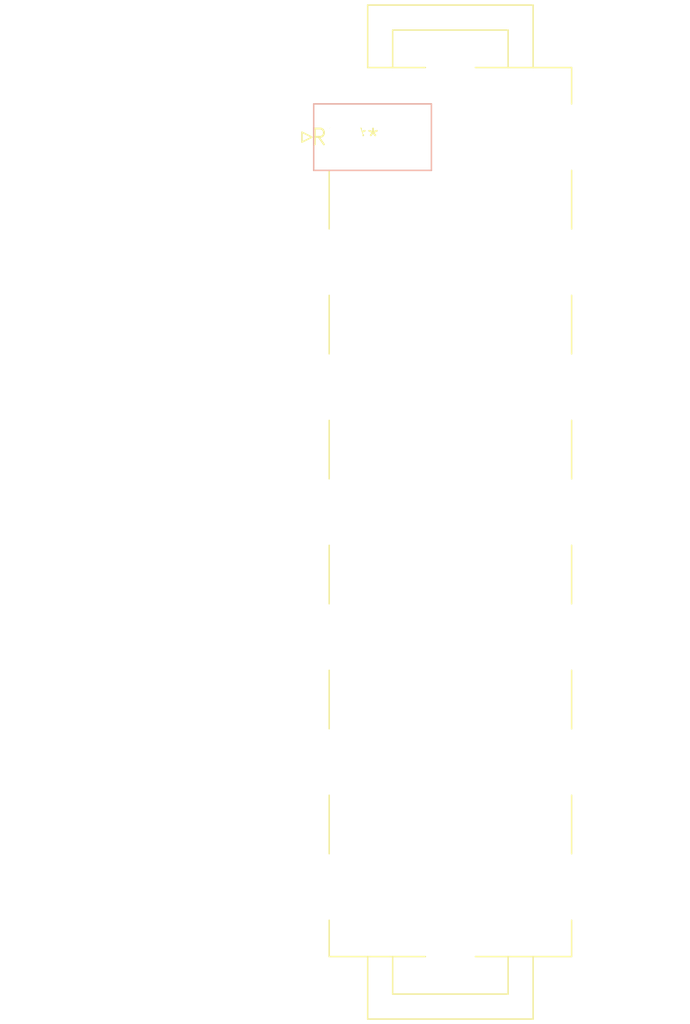
<source format=kicad_pcb>
(kicad_pcb (version 20240108) (generator pcbnew)
  (layers (0 "F.Cu" signal) (31 "B.Cu" signal) (34 "B.Paste" user) (35 "F.Paste" user) (36 "B.SilkS" user "B.Silkscreen") (37 "F.SilkS" user "F.Silkscreen") (38 "B.Mask" user) (39 "F.Mask" user) (44 "Edge.Cuts" user))
  (net 0 "")
  (footprint "Molex_Mini-Fit_Sr_43915-xx14_2x07_P10.00mm_Vertical" (layer "F.Cu") (at 0 0)
    (property "Reference" "REF**")
    (property "Value" "Molex_Mini-Fit_Sr_43915-xx14_2x07_P10.00mm_Vertical")
    (fp_line (start -2.51 -2.66) (end -2.51 2.66) (layer "B.SilkS") (stroke (width 0.12)))
    (fp_line (start -2.51 2.66) (end 6.91 2.66) (layer "B.SilkS") (stroke (width 0.12)))
    (fp_line (start 6.91 -2.66) (end -2.51 -2.66) (layer "B.SilkS") (stroke (width 0.12)))
    (fp_line (start 6.91 2.66) (end 6.91 -2.66) (layer "B.SilkS") (stroke (width 0.12)))
    (fp_line (start -3.45 -0.4) (end -3.45 0.4) (layer "F.SilkS") (stroke (width 0.12)))
    (fp_line (start -3.45 0.4) (end -2.65 0) (layer "F.SilkS") (stroke (width 0.12)))
    (fp_line (start -2.65 0) (end -3.45 -0.4) (layer "F.SilkS") (stroke (width 0.12)))
    (fp_line (start -1.27 2.66) (end -1.27 7.34) (layer "F.SilkS") (stroke (width 0.12)))
    (fp_line (start -1.27 12.66) (end -1.27 17.34) (layer "F.SilkS") (stroke (width 0.12)))
    (fp_line (start -1.27 22.66) (end -1.27 27.34) (layer "F.SilkS") (stroke (width 0.12)))
    (fp_line (start -1.27 32.66) (end -1.27 37.34) (layer "F.SilkS") (stroke (width 0.12)))
    (fp_line (start -1.27 42.66) (end -1.27 47.34) (layer "F.SilkS") (stroke (width 0.12)))
    (fp_line (start -1.27 52.66) (end -1.27 57.34) (layer "F.SilkS") (stroke (width 0.12)))
    (fp_line (start -1.27 62.66) (end -1.27 65.57) (layer "F.SilkS") (stroke (width 0.12)))
    (fp_line (start -1.27 65.57) (end 6.43 65.57) (layer "F.SilkS") (stroke (width 0.12)))
    (fp_line (start 1.81 -10.57) (end 15.05 -10.57) (layer "F.SilkS") (stroke (width 0.12)))
    (fp_line (start 1.81 -5.57) (end 1.81 -10.57) (layer "F.SilkS") (stroke (width 0.12)))
    (fp_line (start 1.81 65.57) (end 1.81 70.57) (layer "F.SilkS") (stroke (width 0.12)))
    (fp_line (start 1.81 70.57) (end 15.05 70.57) (layer "F.SilkS") (stroke (width 0.12)))
    (fp_line (start 3.81 -8.57) (end 13.05 -8.57) (layer "F.SilkS") (stroke (width 0.12)))
    (fp_line (start 3.81 -5.57) (end 3.81 -8.57) (layer "F.SilkS") (stroke (width 0.12)))
    (fp_line (start 3.81 65.57) (end 3.81 68.57) (layer "F.SilkS") (stroke (width 0.12)))
    (fp_line (start 3.81 68.57) (end 13.05 68.57) (layer "F.SilkS") (stroke (width 0.12)))
    (fp_line (start 6.43 -5.57) (end 1.81 -5.57) (layer "F.SilkS") (stroke (width 0.12)))
    (fp_line (start 13.05 -8.57) (end 13.05 -5.57) (layer "F.SilkS") (stroke (width 0.12)))
    (fp_line (start 13.05 68.57) (end 13.05 65.57) (layer "F.SilkS") (stroke (width 0.12)))
    (fp_line (start 15.05 -10.57) (end 15.05 -5.57) (layer "F.SilkS") (stroke (width 0.12)))
    (fp_line (start 15.05 70.57) (end 15.05 65.57) (layer "F.SilkS") (stroke (width 0.12)))
    (fp_line (start 18.13 -5.57) (end 10.43 -5.57) (layer "F.SilkS") (stroke (width 0.12)))
    (fp_line (start 18.13 -2.66) (end 18.13 -5.57) (layer "F.SilkS") (stroke (width 0.12)))
    (fp_line (start 18.13 2.66) (end 18.13 7.34) (layer "F.SilkS") (stroke (width 0.12)))
    (fp_line (start 18.13 12.66) (end 18.13 17.34) (layer "F.SilkS") (stroke (width 0.12)))
    (fp_line (start 18.13 22.66) (end 18.13 27.34) (layer "F.SilkS") (stroke (width 0.12)))
    (fp_line (start 18.13 32.66) (end 18.13 37.34) (layer "F.SilkS") (stroke (width 0.12)))
    (fp_line (start 18.13 42.66) (end 18.13 47.34) (layer "F.SilkS") (stroke (width 0.12)))
    (fp_line (start 18.13 52.66) (end 18.13 57.34) (layer "F.SilkS") (stroke (width 0.12)))
    (fp_line (start 18.13 62.66) (end 18.13 65.57) (layer "F.SilkS") (stroke (width 0.12)))
    (fp_line (start 18.13 65.57) (end 10.43 65.57) (layer "F.SilkS") (stroke (width 0.12)))
    (pad "" thru_hole circle (at 8.43 -5.705) (size 3.5 3.5) (drill 3) (layers *.Cu *.Mask) (remove_unused_layers))
    (pad "" np_thru_hole circle (at 8.43 5) (size 3 3) (drill 3) (layers *.Cu *.Mask))
    (pad "" thru_hole circle (at 8.43 65.705) (size 3.5 3.5) (drill 3) (layers *.Cu *.Mask) (remove_unused_layers))
    (pad "1" thru_hole rect (at 0 0) (size 4.5 4.8) (drill 2.8) (layers *.Cu *.Mask) (remove_unused_layers))
    (pad "1" thru_hole rect (at 4.4 0) (size 4.5 4.8) (drill 2.8) (layers *.Cu *.Mask) (remove_unused_layers))
    (pad "2" thru_hole rect (at 0 10) (size 4.5 4.8) (drill 2.8) (layers *.Cu *.Mask) (remove_unused_layers))
    (pad "2" thru_hole rect (at 4.4 10) (size 4.5 4.8) (drill 2.8) (layers *.Cu *.Mask) (remove_unused_layers))
    (pad "3" thru_hole rect (at 0 20) (size 4.5 4.8) (drill 2.8) (layers *.Cu *.Mask) (remove_unused_layers))
    (pad "3" thru_hole rect (at 4.4 20) (size 4.5 4.8) (drill 2.8) (layers *.Cu *.Mask) (remove_unused_layers))
    (pad "4" thru_hole rect (at 0 30) (size 4.5 4.8) (drill 2.8) (layers *.Cu *.Mask) (remove_unused_layers))
    (pad "4" thru_hole rect (at 4.4 30) (size 4.5 4.8) (drill 2.8) (layers *.Cu *.Mask) (remove_unused_layers))
    (pad "5" thru_hole rect (at 0 40) (size 4.5 4.8) (drill 2.8) (layers *.Cu *.Mask) (remove_unused_layers))
    (pad "5" thru_hole rect (at 4.4 40) (size 4.5 4.8) (drill 2.8) (layers *.Cu *.Mask) (remove_unused_layers))
    (pad "6" thru_hole rect (at 0 50) (size 4.5 4.8) (drill 2.8) (layers *.Cu *.Mask) (remove_unused_layers))
    (pad "6" thru_hole rect (at 4.4 50) (size 4.5 4.8) (drill 2.8) (layers *.Cu *.Mask) (remove_unused_layers))
    (pad "7" thru_hole rect (at 0 60) (size 4.5 4.8) (drill 2.8) (layers *.Cu *.Mask) (remove_unused_layers))
    (pad "7" thru_hole rect (at 4.4 60) (size 4.5 4.8) (drill 2.8) (layers *.Cu *.Mask) (remove_unused_layers))
    (pad "8" thru_hole rect (at 12.46 0) (size 4.5 4.8) (drill 2.8) (layers *.Cu *.Mask) (remove_unused_layers))
    (pad "8" thru_hole rect (at 16.86 0) (size 4.5 4.8) (drill 2.8) (layers *.Cu *.Mask) (remove_unused_layers))
    (pad "9" thru_hole rect (at 12.46 10) (size 4.5 4.8) (drill 2.8) (layers *.Cu *.Mask) (remove_unused_layers))
    (pad "9" thru_hole rect (at 16.86 10) (size 4.5 4.8) (drill 2.8) (layers *.Cu *.Mask) (remove_unused_layers))
    (pad "10" thru_hole rect (at 12.46 20) (size 4.5 4.8) (drill 2.8) (layers *.Cu *.Mask) (remove_unused_layers))
    (pad "10" thru_hole rect (at 16.86 20) (size 4.5 4.8) (drill 2.8) (layers *.Cu *.Mask) (remove_unused_layers))
    (pad "11" thru_hole rect (at 12.46 30) (size 4.5 4.8) (drill 2.8) (layers *.Cu *.Mask) (remove_unused_layers))
    (pad "11" thru_hole rect (at 16.86 30) (size 4.5 4.8) (drill 2.8) (layers *.Cu *.Mask) (remove_unused_layers))
    (pad "12" thru_hole rect (at 12.46 40) (size 4.5 4.8) (drill 2.8) (layers *.Cu *.Mask) (remove_unused_layers))
    (pad "12" thru_hole rect (at 16.86 40) (size 4.5 4.8) (drill 2.8) (layers *.Cu *.Mask) (remove_unused_layers))
    (pad "13" thru_hole rect (at 12.46 50) (size 4.5 4.8) (drill 2.8) (layers *.Cu *.Mask) (remove_unused_layers))
    (pad "13" thru_hole rect (at 16.86 50) (size 4.5 4.8) (drill 2.8) (layers *.Cu *.Mask) (remove_unused_layers))
    (pad "14" thru_hole rect (at 12.46 60) (size 4.5 4.8) (drill 2.8) (layers *.Cu *.Mask) (remove_unused_layers))
    (pad "14" thru_hole rect (at 16.86 60) (size 4.5 4.8) (drill 2.8) (layers *.Cu *.Mask) (remove_unused_layers))
  )
)
</source>
